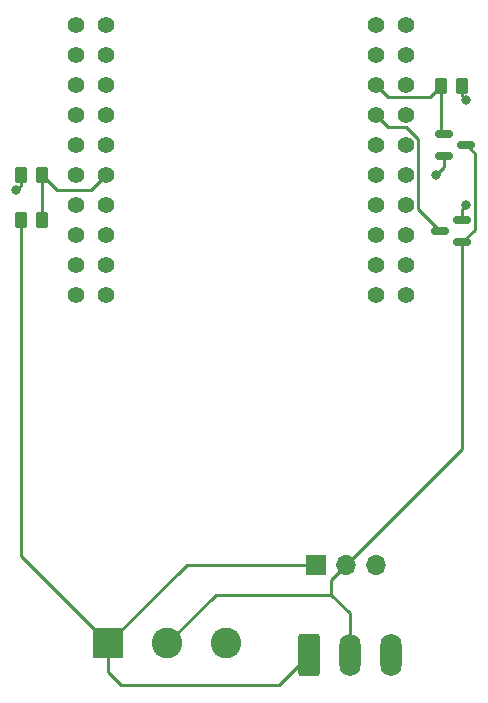
<source format=gtl>
%TF.GenerationSoftware,KiCad,Pcbnew,7.0.7*%
%TF.CreationDate,2023-10-30T22:04:51-06:00*%
%TF.ProjectId,RatGDO-OpenSource-D1Mini-ESP32,52617447-444f-42d4-9f70-656e536f7572,rev?*%
%TF.SameCoordinates,Original*%
%TF.FileFunction,Copper,L1,Top*%
%TF.FilePolarity,Positive*%
%FSLAX46Y46*%
G04 Gerber Fmt 4.6, Leading zero omitted, Abs format (unit mm)*
G04 Created by KiCad (PCBNEW 7.0.7) date 2023-10-30 22:04:51*
%MOMM*%
%LPD*%
G01*
G04 APERTURE LIST*
G04 Aperture macros list*
%AMRoundRect*
0 Rectangle with rounded corners*
0 $1 Rounding radius*
0 $2 $3 $4 $5 $6 $7 $8 $9 X,Y pos of 4 corners*
0 Add a 4 corners polygon primitive as box body*
4,1,4,$2,$3,$4,$5,$6,$7,$8,$9,$2,$3,0*
0 Add four circle primitives for the rounded corners*
1,1,$1+$1,$2,$3*
1,1,$1+$1,$4,$5*
1,1,$1+$1,$6,$7*
1,1,$1+$1,$8,$9*
0 Add four rect primitives between the rounded corners*
20,1,$1+$1,$2,$3,$4,$5,0*
20,1,$1+$1,$4,$5,$6,$7,0*
20,1,$1+$1,$6,$7,$8,$9,0*
20,1,$1+$1,$8,$9,$2,$3,0*%
G04 Aperture macros list end*
%TA.AperFunction,ComponentPad*%
%ADD10R,1.700000X1.700000*%
%TD*%
%TA.AperFunction,ComponentPad*%
%ADD11O,1.700000X1.700000*%
%TD*%
%TA.AperFunction,SMDPad,CuDef*%
%ADD12RoundRect,0.250000X0.262500X0.450000X-0.262500X0.450000X-0.262500X-0.450000X0.262500X-0.450000X0*%
%TD*%
%TA.AperFunction,SMDPad,CuDef*%
%ADD13RoundRect,0.150000X-0.587500X-0.150000X0.587500X-0.150000X0.587500X0.150000X-0.587500X0.150000X0*%
%TD*%
%TA.AperFunction,ComponentPad*%
%ADD14C,1.400000*%
%TD*%
%TA.AperFunction,SMDPad,CuDef*%
%ADD15RoundRect,0.150000X0.587500X0.150000X-0.587500X0.150000X-0.587500X-0.150000X0.587500X-0.150000X0*%
%TD*%
%TA.AperFunction,ComponentPad*%
%ADD16RoundRect,0.250000X-0.650000X-1.550000X0.650000X-1.550000X0.650000X1.550000X-0.650000X1.550000X0*%
%TD*%
%TA.AperFunction,ComponentPad*%
%ADD17O,1.800000X3.600000*%
%TD*%
%TA.AperFunction,ComponentPad*%
%ADD18R,2.600000X2.600000*%
%TD*%
%TA.AperFunction,ComponentPad*%
%ADD19C,2.600000*%
%TD*%
%TA.AperFunction,SMDPad,CuDef*%
%ADD20RoundRect,0.250000X-0.262500X-0.450000X0.262500X-0.450000X0.262500X0.450000X-0.262500X0.450000X0*%
%TD*%
%TA.AperFunction,ViaPad*%
%ADD21C,0.800000*%
%TD*%
%TA.AperFunction,Conductor*%
%ADD22C,0.250000*%
%TD*%
G04 APERTURE END LIST*
D10*
%TO.P,J3,1,Pin_1*%
%TO.N,Net-(J1-Pin_1)*%
X147320000Y-111760000D03*
D11*
%TO.P,J3,2,Pin_2*%
%TO.N,Net-(J1-Pin_2)*%
X149860000Y-111760000D03*
%TO.P,J3,3,Pin_3*%
%TO.N,GND*%
X152400000Y-111760000D03*
%TD*%
D12*
%TO.P,R3,1*%
%TO.N,GND*%
X159662500Y-71264162D03*
%TO.P,R3,2*%
%TO.N,Net-(Q2-G)*%
X157837500Y-71264162D03*
%TD*%
D13*
%TO.P,Q2,1,G*%
%TO.N,Net-(Q2-G)*%
X158145000Y-75250000D03*
%TO.P,Q2,2,S*%
%TO.N,GND*%
X158145000Y-77150000D03*
%TO.P,Q2,3,D*%
%TO.N,Net-(J1-Pin_2)*%
X160020000Y-76200000D03*
%TD*%
D14*
%TO.P,U2,1,GND*%
%TO.N,unconnected-(U2-GND-Pad1)*%
X127000000Y-66040000D03*
%TO.P,U2,2,RST*%
%TO.N,unconnected-(U2-RST-Pad2)*%
X129540000Y-66040000D03*
%TO.P,U2,3,NC*%
%TO.N,unconnected-(U2-NC-Pad3)*%
X127000000Y-68580000D03*
%TO.P,U2,4,IO_36/SVP/A0*%
%TO.N,unconnected-(U2-IO_36{slash}SVP{slash}A0-Pad4)*%
X129540000Y-68580000D03*
%TO.P,U2,5,IO_39/SVN*%
%TO.N,unconnected-(U2-IO_39{slash}SVN-Pad5)*%
X127000000Y-71120000D03*
%TO.P,U2,6,IO_26/D0*%
%TO.N,unconnected-(U2-IO_26{slash}D0-Pad6)*%
X129540000Y-71120000D03*
%TO.P,U2,7,IO_35*%
%TO.N,unconnected-(U2-IO_35-Pad7)*%
X127000000Y-73660000D03*
%TO.P,U2,8,IO_18/D5*%
%TO.N,unconnected-(U2-IO_18{slash}D5-Pad8)*%
X129540000Y-73660000D03*
%TO.P,U2,9,IO_33*%
%TO.N,unconnected-(U2-IO_33-Pad9)*%
X127000000Y-76200000D03*
%TO.P,U2,10,IO_19/D6*%
%TO.N,unconnected-(U2-IO_19{slash}D6-Pad10)*%
X129540000Y-76200000D03*
%TO.P,U2,11,IO_34*%
%TO.N,unconnected-(U2-IO_34-Pad11)*%
X127000000Y-78740000D03*
%TO.P,U2,12,IO_23/D7*%
%TO.N,Net-(U2-IO_23{slash}D7)*%
X129540000Y-78740000D03*
%TO.P,U2,13,IO_14/TMS*%
%TO.N,unconnected-(U2-IO_14{slash}TMS-Pad13)*%
X127000000Y-81280000D03*
%TO.P,U2,14,IO_05/D8*%
%TO.N,unconnected-(U2-IO_05{slash}D8-Pad14)*%
X129540000Y-81280000D03*
%TO.P,U2,15,NC*%
%TO.N,unconnected-(U2-NC-Pad15)*%
X127000000Y-83820000D03*
%TO.P,U2,16,3V3*%
%TO.N,+3.3V*%
X129540000Y-83820000D03*
%TO.P,U2,17,IO_09/SD2*%
%TO.N,unconnected-(U2-IO_09{slash}SD2-Pad17)*%
X127000000Y-86360000D03*
%TO.P,U2,18,IO_13/TCK*%
%TO.N,unconnected-(U2-IO_13{slash}TCK-Pad18)*%
X129540000Y-86360000D03*
%TO.P,U2,19,CMD*%
%TO.N,unconnected-(U2-CMD-Pad19)*%
X127000000Y-88900000D03*
%TO.P,U2,20,IO_10/SD3*%
%TO.N,unconnected-(U2-IO_10{slash}SD3-Pad20)*%
X129540000Y-88900000D03*
%TO.P,U2,21,TXD*%
%TO.N,unconnected-(U2-TXD-Pad21)*%
X152400000Y-66040000D03*
%TO.P,U2,22,GND*%
%TO.N,unconnected-(U2-GND-Pad22)*%
X154940000Y-66040000D03*
%TO.P,U2,23,RXD*%
%TO.N,unconnected-(U2-RXD-Pad23)*%
X152400000Y-68580000D03*
%TO.P,U2,24,IO_27*%
%TO.N,unconnected-(U2-IO_27-Pad24)*%
X154940000Y-68580000D03*
%TO.P,U2,25,IO_22/D1/SCL*%
%TO.N,Net-(Q2-G)*%
X152400000Y-71120000D03*
%TO.P,U2,26,IO_25*%
%TO.N,unconnected-(U2-IO_25-Pad26)*%
X154940000Y-71120000D03*
%TO.P,U2,27,IO_21/D2/SDA*%
%TO.N,Net-(Q1-D)*%
X152400000Y-73660000D03*
%TO.P,U2,28,IO_32*%
%TO.N,unconnected-(U2-IO_32-Pad28)*%
X154940000Y-73660000D03*
%TO.P,U2,29,IO_17/D3*%
%TO.N,unconnected-(U2-IO_17{slash}D3-Pad29)*%
X152400000Y-76200000D03*
%TO.P,U2,30,IO_12/TDI*%
%TO.N,unconnected-(U2-IO_12{slash}TDI-Pad30)*%
X154940000Y-76200000D03*
%TO.P,U2,31,IO_16/D4*%
%TO.N,unconnected-(U2-IO_16{slash}D4-Pad31)*%
X152400000Y-78740000D03*
%TO.P,U2,32,IO_04*%
%TO.N,unconnected-(U2-IO_04-Pad32)*%
X154940000Y-78740000D03*
%TO.P,U2,33,GND*%
%TO.N,GND*%
X152400000Y-81280000D03*
%TO.P,U2,34,IO_00*%
%TO.N,unconnected-(U2-IO_00-Pad34)*%
X154940000Y-81280000D03*
%TO.P,U2,35,VCC_(USB)*%
%TO.N,+5V*%
X152400000Y-83820000D03*
%TO.P,U2,36,IO_02*%
%TO.N,unconnected-(U2-IO_02-Pad36)*%
X154940000Y-83820000D03*
%TO.P,U2,37,TD0*%
%TO.N,unconnected-(U2-TD0-Pad37)*%
X152400000Y-86360000D03*
%TO.P,U2,38,SD1*%
%TO.N,unconnected-(U2-SD1-Pad38)*%
X154940000Y-86360000D03*
%TO.P,U2,39,SD0*%
%TO.N,unconnected-(U2-SD0-Pad39)*%
X152400000Y-88900000D03*
%TO.P,U2,40,CLK*%
%TO.N,unconnected-(U2-CLK-Pad40)*%
X154940000Y-88900000D03*
%TD*%
D15*
%TO.P,Q1,1,G*%
%TO.N,Net-(J1-Pin_2)*%
X159687500Y-84437500D03*
%TO.P,Q1,2,S*%
%TO.N,GND*%
X159687500Y-82537500D03*
%TO.P,Q1,3,D*%
%TO.N,Net-(Q1-D)*%
X157812500Y-83487500D03*
%TD*%
D16*
%TO.P,J2,1,Pin_1*%
%TO.N,Net-(J1-Pin_1)*%
X146670000Y-119380000D03*
D17*
%TO.P,J2,2,Pin_2*%
%TO.N,Net-(J1-Pin_2)*%
X150170000Y-119380000D03*
%TO.P,J2,3,Pin_3*%
%TO.N,GND*%
X153670000Y-119380000D03*
%TD*%
D18*
%TO.P,J1,1,Pin_1*%
%TO.N,Net-(J1-Pin_1)*%
X129700000Y-118415000D03*
D19*
%TO.P,J1,2,Pin_2*%
%TO.N,Net-(J1-Pin_2)*%
X134700000Y-118415000D03*
%TO.P,J1,3,Pin_3*%
%TO.N,GND*%
X139700000Y-118415000D03*
%TD*%
D12*
%TO.P,R2,1*%
%TO.N,Net-(U2-IO_23{slash}D7)*%
X124102500Y-78740000D03*
%TO.P,R2,2*%
%TO.N,GND*%
X122277500Y-78740000D03*
%TD*%
D20*
%TO.P,R1,1*%
%TO.N,Net-(J1-Pin_1)*%
X122277500Y-82550000D03*
%TO.P,R1,2*%
%TO.N,Net-(U2-IO_23{slash}D7)*%
X124102500Y-82550000D03*
%TD*%
D21*
%TO.N,GND*%
X160020000Y-81280000D03*
X160020000Y-72390000D03*
X157480000Y-78740000D03*
X121920000Y-80010000D03*
%TD*%
D22*
%TO.N,Net-(J1-Pin_2)*%
X149860000Y-111760000D02*
X159687500Y-101932500D01*
X159687500Y-101932500D02*
X159687500Y-100330000D01*
X159687500Y-84437500D02*
X159687500Y-100330000D01*
X149860000Y-111760000D02*
X148590000Y-113030000D01*
X148590000Y-113030000D02*
X148590000Y-114300000D01*
%TO.N,Net-(J1-Pin_1)*%
X136355000Y-111760000D02*
X147320000Y-111760000D01*
X129700000Y-118415000D02*
X136355000Y-111760000D01*
%TO.N,Net-(J1-Pin_2)*%
X160750000Y-83375000D02*
X159687500Y-84437500D01*
X160750000Y-76930000D02*
X160750000Y-83375000D01*
X160020000Y-76200000D02*
X160750000Y-76930000D01*
X148590000Y-114300000D02*
X150170000Y-115880000D01*
X138815000Y-114300000D02*
X148590000Y-114300000D01*
X134700000Y-118415000D02*
X138815000Y-114300000D01*
X150170000Y-115880000D02*
X150170000Y-119380000D01*
%TO.N,Net-(J1-Pin_1)*%
X129700000Y-118415000D02*
X122277500Y-110992500D01*
X129700000Y-118415000D02*
X129700000Y-120810000D01*
X144130000Y-121920000D02*
X146670000Y-119380000D01*
X122277500Y-110992500D02*
X122277500Y-82550000D01*
X129700000Y-120810000D02*
X130810000Y-121920000D01*
X130810000Y-121920000D02*
X144130000Y-121920000D01*
%TO.N,Net-(Q1-D)*%
X157812500Y-83487500D02*
X155965000Y-81640000D01*
X155965000Y-81640000D02*
X155965000Y-75710000D01*
X154940000Y-74685000D02*
X153425000Y-74685000D01*
X155965000Y-75710000D02*
X154940000Y-74685000D01*
X153425000Y-74685000D02*
X152400000Y-73660000D01*
%TO.N,Net-(Q2-G)*%
X156956662Y-72145000D02*
X153425000Y-72145000D01*
X153425000Y-72145000D02*
X152400000Y-71120000D01*
X157837500Y-71264162D02*
X157813338Y-71240000D01*
X157837500Y-71264162D02*
X156956662Y-72145000D01*
X158145000Y-75250000D02*
X157837500Y-74942500D01*
X157837500Y-74942500D02*
X157837500Y-71264162D01*
%TO.N,GND*%
X159687500Y-82537500D02*
X159687500Y-81612500D01*
X159687500Y-81612500D02*
X160020000Y-81280000D01*
X159662500Y-71264162D02*
X159662500Y-72032500D01*
X158145000Y-78075000D02*
X157480000Y-78740000D01*
X158145000Y-77150000D02*
X158145000Y-78075000D01*
X122277500Y-78740000D02*
X122277500Y-79652500D01*
X159662500Y-72032500D02*
X160020000Y-72390000D01*
X122277500Y-79652500D02*
X121920000Y-80010000D01*
%TO.N,Net-(U2-IO_23{slash}D7)*%
X124102500Y-78740000D02*
X125372500Y-80010000D01*
X128270000Y-80010000D02*
X129540000Y-78740000D01*
X125372500Y-80010000D02*
X128270000Y-80010000D01*
X124102500Y-82550000D02*
X124102500Y-78740000D01*
%TO.N,unconnected-(U2-IO_05{slash}D8-Pad14)*%
X129660000Y-81400000D02*
X129547500Y-81400000D01*
%TD*%
M02*

</source>
